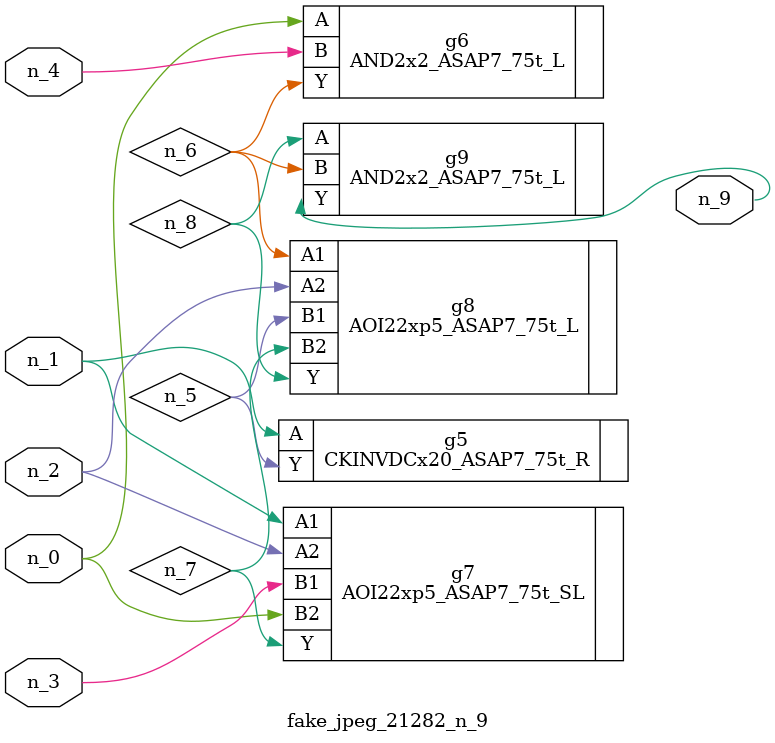
<source format=v>
module fake_jpeg_21282_n_9 (n_3, n_2, n_1, n_0, n_4, n_9);

input n_3;
input n_2;
input n_1;
input n_0;
input n_4;

output n_9;

wire n_8;
wire n_6;
wire n_5;
wire n_7;

CKINVDCx20_ASAP7_75t_R g5 ( 
.A(n_1),
.Y(n_5)
);

AND2x2_ASAP7_75t_L g6 ( 
.A(n_0),
.B(n_4),
.Y(n_6)
);

AOI22xp5_ASAP7_75t_SL g7 ( 
.A1(n_1),
.A2(n_2),
.B1(n_3),
.B2(n_0),
.Y(n_7)
);

AOI22xp5_ASAP7_75t_L g8 ( 
.A1(n_6),
.A2(n_2),
.B1(n_5),
.B2(n_7),
.Y(n_8)
);

AND2x2_ASAP7_75t_L g9 ( 
.A(n_8),
.B(n_6),
.Y(n_9)
);


endmodule
</source>
